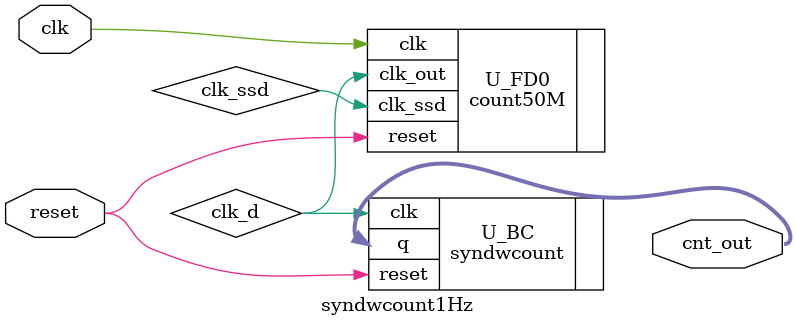
<source format=v>
`timescale 1ns / 1ps

module syndwcount1Hz(
    clk, // clock from oscillator
    reset, // active low reset
    cnt_out
);

input clk; // clock from oscillator
input reset; // active low reset
output [3:0]cnt_out;
wire clk_d; // frequency-divided clock
wire [3:0] cnt_out; // binary counter output

// Frequency Divider
count50M U_FD0(
    .clk_out(clk_d), //divided clock output
    .clk(clk), // clock from the 40MHz oscillator
    .clk_ssd(clk_ssd),
    .reset(reset) // low active reset
);
// Binary Counter
syndwcount U_BC(
    .q(cnt_out), //counter output
    .clk(clk_d), // clock
    .reset(reset) //active low reset
);

endmodule
   
</source>
